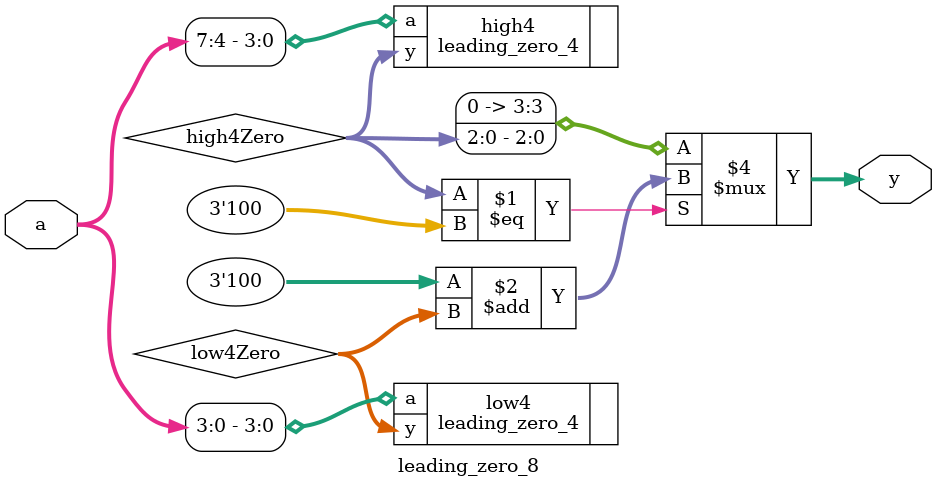
<source format=v>
`timescale 1ns / 1ps


module leading_zero_8(
    input [7:0] a,
    output [3:0] y
    );

	wire [2:0] high4Zero;
	wire [2:0] low4Zero;
	leading_zero_4 high4(
    .a(a[7:4]),
    .y(high4Zero)
    );

	leading_zero_4 low4(
    .a(a[3:0]),
    .y(low4Zero)
    );
	
	assign y = high4Zero== 'd4 ? 3'd4 + low4Zero : high4Zero; 
	
endmodule





</source>
